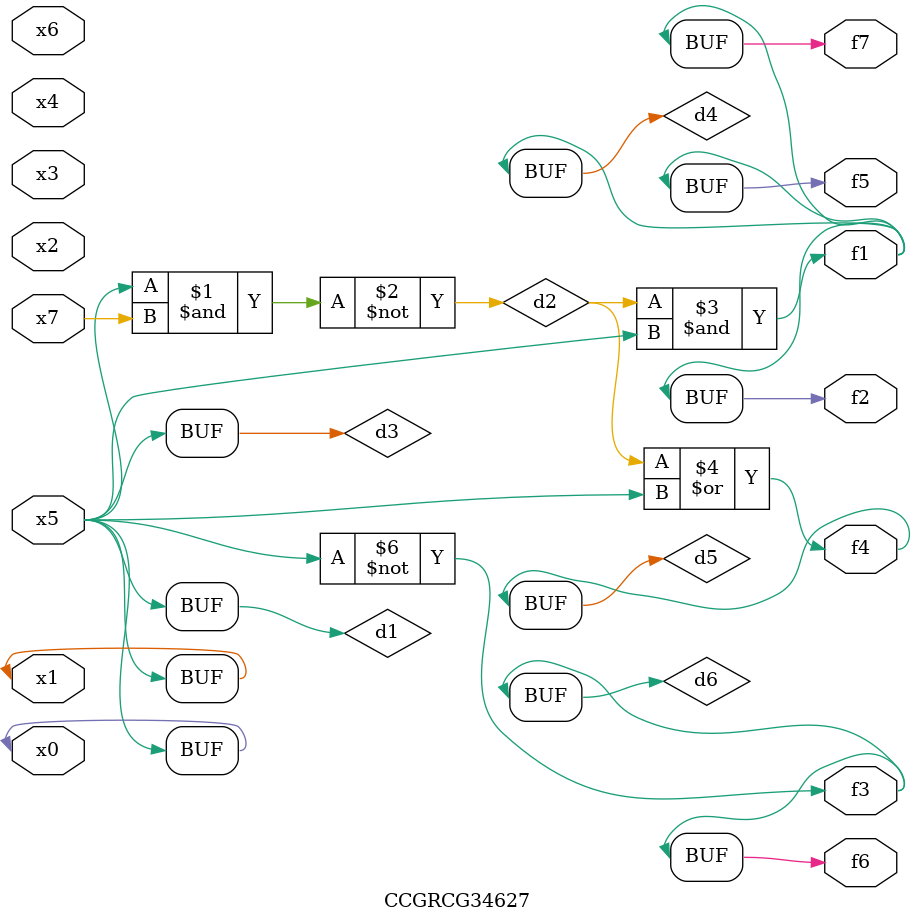
<source format=v>
module CCGRCG34627(
	input x0, x1, x2, x3, x4, x5, x6, x7,
	output f1, f2, f3, f4, f5, f6, f7
);

	wire d1, d2, d3, d4, d5, d6;

	buf (d1, x0, x5);
	nand (d2, x5, x7);
	buf (d3, x0, x1);
	and (d4, d2, d3);
	or (d5, d2, d3);
	nor (d6, d1, d3);
	assign f1 = d4;
	assign f2 = d4;
	assign f3 = d6;
	assign f4 = d5;
	assign f5 = d4;
	assign f6 = d6;
	assign f7 = d4;
endmodule

</source>
